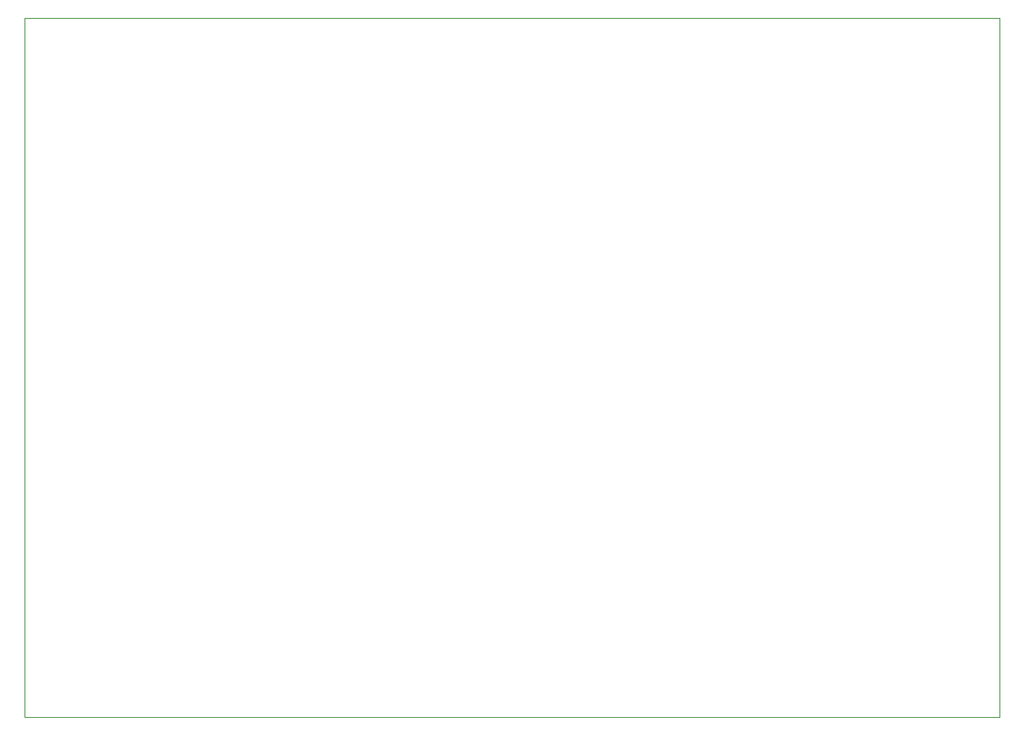
<source format=gbr>
G04 #@! TF.GenerationSoftware,KiCad,Pcbnew,(5.1.9)-1*
G04 #@! TF.CreationDate,2021-02-13T15:05:33-08:00*
G04 #@! TF.ProjectId,ufc_v4_displays_panel,7566635f-7634-45f6-9469-73706c617973,rev?*
G04 #@! TF.SameCoordinates,Original*
G04 #@! TF.FileFunction,Profile,NP*
%FSLAX46Y46*%
G04 Gerber Fmt 4.6, Leading zero omitted, Abs format (unit mm)*
G04 Created by KiCad (PCBNEW (5.1.9)-1) date 2021-02-13 15:05:33*
%MOMM*%
%LPD*%
G01*
G04 APERTURE LIST*
G04 #@! TA.AperFunction,Profile*
%ADD10C,0.050000*%
G04 #@! TD*
G04 APERTURE END LIST*
D10*
X52637500Y-30542000D02*
X153637500Y-30542000D01*
X153637500Y-103042000D02*
X153637500Y-30542000D01*
X52637500Y-103042000D02*
X153637500Y-103042000D01*
X52637500Y-30542000D02*
X52637500Y-103042000D01*
M02*

</source>
